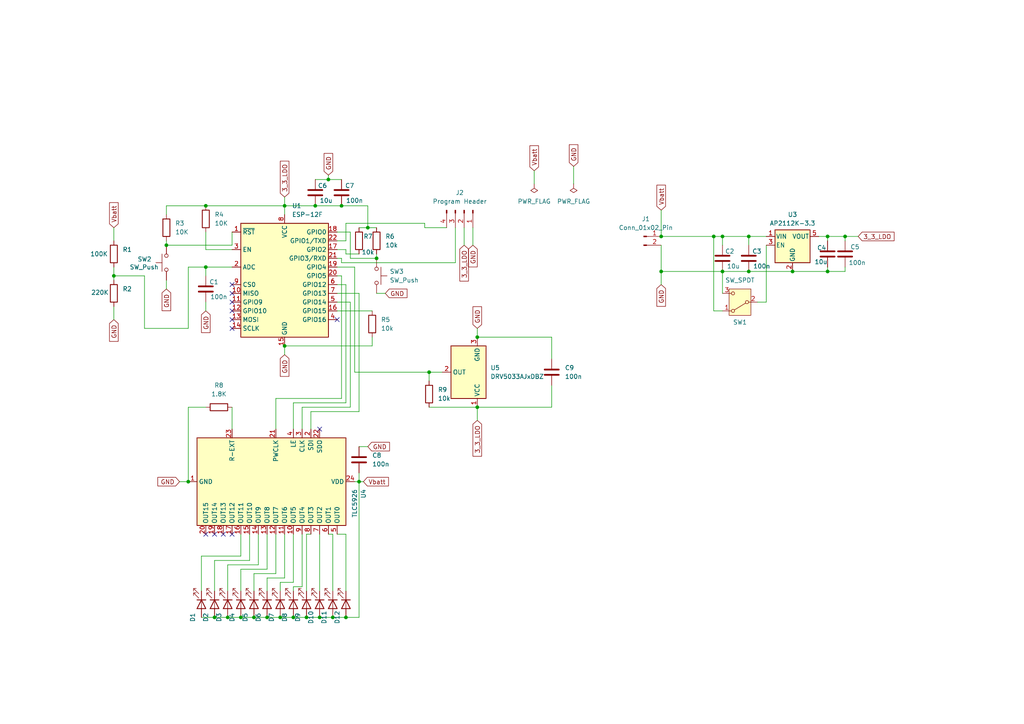
<source format=kicad_sch>
(kicad_sch (version 20250114) (generator "eeschema") (generator_version "9.0")
  (paper "A4")
  (title_block (company "Obtron"))
  (lib_symbols
    (symbol "Connector:Conn_01x02_Pin" (pin_names (offset 1.016) (hide yes))
      (property "Reference" "J" (at 0 2.54 0))
      (property "Value" "Conn_01x02_Pin" (at 0 -5.08 0))
      (symbol "Conn_01x02_Pin_1_1"
        (rectangle (start 0.8636 0.127) (end 0 -0.127) (stroke (width 0.1524)) (fill (type outline)))
        (rectangle (start 0.8636 -2.413) (end 0 -2.667) (stroke (width 0.1524)) (fill (type outline)))
        (polyline (pts (xy 1.27 0) (xy 0.8636 0)) (stroke (width 0.1524)))
        (polyline (pts (xy 1.27 -2.54) (xy 0.8636 -2.54)) (stroke (width 0.1524)))
        (pin passive line (at 5.08 0 180) (length 3.81) (name "Pin_1") (number "1"))
        (pin passive line (at 5.08 -2.54 180) (length 3.81) (name "Pin_2") (number "2"))
      )
    )
    (symbol "Connector:Conn_01x04_Pin" (pin_names (offset 1.016) (hide yes))
      (property "Reference" "J" (at 0 5.08 0))
      (property "Value" "Conn_01x04_Pin" (at 0 -7.62 0))
      (symbol "Conn_01x04_Pin_1_1"
        (rectangle (start 0.8636 2.667) (end 0 2.413) (stroke (width 0.1524)) (fill (type outline)))
        (rectangle (start 0.8636 0.127) (end 0 -0.127) (stroke (width 0.1524)) (fill (type outline)))
        (rectangle (start 0.8636 -2.413) (end 0 -2.667) (stroke (width 0.1524)) (fill (type outline)))
        (rectangle (start 0.8636 -4.953) (end 0 -5.207) (stroke (width 0.1524)) (fill (type outline)))
        (polyline (pts (xy 1.27 2.54) (xy 0.8636 2.54)) (stroke (width 0.1524)))
        (polyline (pts (xy 1.27 0) (xy 0.8636 0)) (stroke (width 0.1524)))
        (polyline (pts (xy 1.27 -2.54) (xy 0.8636 -2.54)) (stroke (width 0.1524)))
        (polyline (pts (xy 1.27 -5.08) (xy 0.8636 -5.08)) (stroke (width 0.1524)))
        (pin passive line (at 5.08 2.54 180) (length 3.81) (name "Pin_1") (number "1"))
        (pin passive line (at 5.08 0 180) (length 3.81) (name "Pin_2") (number "2"))
        (pin passive line (at 5.08 -2.54 180) (length 3.81) (name "Pin_3") (number "3"))
        (pin passive line (at 5.08 -5.08 180) (length 3.81) (name "Pin_4") (number "4"))
      )
    )
    (symbol "Device:C" (pin_numbers (hide yes)) (pin_names (offset 0.254))
      (property "Reference" "C" (at 0.635 2.54 0))
      (property "Value" "C" (at 0.635 -2.54 0))
      (symbol "C_0_1"
        (polyline (pts (xy -2.032 0.762) (xy 2.032 0.762)) (stroke (width 0.508)))
        (polyline (pts (xy -2.032 -0.762) (xy 2.032 -0.762)) (stroke (width 0.508)))
      )
      (symbol "C_1_1"
        (pin passive line (at 0 3.81 270) (length 2.794) (name "~") (number "1"))
        (pin passive line (at 0 -3.81 90) (length 2.794) (name "~") (number "2"))
      )
    )
    (symbol "Device:LED" (pin_numbers (hide yes)) (pin_names (offset 1.016) (hide yes))
      (property "Reference" "D" (at 0 2.54 0))
      (property "Value" "LED" (at 0 -2.54 0))
      (symbol "LED_0_1"
        (polyline (pts (xy -3.048 -0.762) (xy -4.572 -2.286) (xy -3.81 -2.286) (xy -4.572 -2.286) (xy -4.572 -1.524)))
        (polyline (pts (xy -1.778 -0.762) (xy -3.302 -2.286) (xy -2.54 -2.286) (xy -3.302 -2.286) (xy -3.302 -1.524)))
        (polyline (pts (xy -1.27 0) (xy 1.27 0)))
        (polyline (pts (xy -1.27 -1.27) (xy -1.27 1.27)) (stroke (width 0.254)))
        (polyline (pts (xy 1.27 -1.27) (xy 1.27 1.27) (xy -1.27 0) (xy 1.27 -1.27)) (stroke (width 0.254)))
      )
      (symbol "LED_1_1"
        (pin passive line (at -3.81 0 0) (length 2.54) (name "K") (number "1"))
        (pin passive line (at 3.81 0 180) (length 2.54) (name "A") (number "2"))
      )
    )
    (symbol "Device:R" (pin_numbers (hide yes)) (pin_names (offset 0))
      (property "Reference" "R" (at 2.032 0 90))
      (property "Value" "R" (at 0 0 90))
      (symbol "R_0_1"
        (rectangle (start -1.016 -2.54) (end 1.016 2.54) (stroke (width 0.254)))
      )
      (symbol "R_1_1"
        (pin passive line (at 0 3.81 270) (length 1.27) (name "~") (number "1"))
        (pin passive line (at 0 -3.81 90) (length 1.27) (name "~") (number "2"))
      )
    )
    (symbol "Driver_LED:TLC5926"
      (property "Reference" "U" (at -12.7 21.59 0))
      (property "Value" "TLC5926" (at 2.54 21.59 0))
      (symbol "TLC5926_0_1"
        (rectangle (start -12.7 20.32) (end 12.7 -22.86) (stroke (width 0.254)) (fill (type background)))
      )
      (symbol "TLC5926_1_1"
        (pin output line (at -15.24 12.7 0) (length 2.54) (name "SDO") (number "22"))
        (pin input line (at -15.24 10.16 0) (length 2.54) (name "SDI") (number "2"))
        (pin input line (at -15.24 7.62 0) (length 2.54) (name "CLK") (number "3"))
        (pin input line (at -15.24 5.08 0) (length 2.54) (name "LE") (number "4"))
        (pin input line (at -15.24 0 0) (length 2.54) (name "PWCLK") (number "21"))
        (pin passive line (at -15.24 -12.7 0) (length 2.54) (name "R-EXT") (number "23"))
        (pin power_in line (at 0 22.86 270) (length 2.54) (name "VDD") (number "24"))
        (pin power_in line (at 0 -25.4 90) (length 2.54) (name "GND") (number "1"))
        (pin output line (at 15.24 17.78 180) (length 2.54) (name "OUT0") (number "5"))
        (pin output line (at 15.24 15.24 180) (length 2.54) (name "OUT1") (number "6"))
        (pin output line (at 15.24 12.7 180) (length 2.54) (name "OUT2") (number "7"))
        (pin output line (at 15.24 10.16 180) (length 2.54) (name "OUT3") (number "8"))
        (pin output line (at 15.24 7.62 180) (length 2.54) (name "OUT4") (number "9"))
        (pin output line (at 15.24 5.08 180) (length 2.54) (name "OUT5") (number "10"))
        (pin output line (at 15.24 2.54 180) (length 2.54) (name "OUT6") (number "11"))
        (pin output line (at 15.24 0 180) (length 2.54) (name "OUT7") (number "12"))
        (pin output line (at 15.24 -2.54 180) (length 2.54) (name "OUT8") (number "13"))
        (pin output line (at 15.24 -5.08 180) (length 2.54) (name "OUT9") (number "14"))
        (pin output line (at 15.24 -7.62 180) (length 2.54) (name "OUT10") (number "15"))
        (pin output line (at 15.24 -10.16 180) (length 2.54) (name "OUT11") (number "16"))
        (pin output line (at 15.24 -12.7 180) (length 2.54) (name "OUT12") (number "17"))
        (pin output line (at 15.24 -15.24 180) (length 2.54) (name "OUT13") (number "18"))
        (pin output line (at 15.24 -17.78 180) (length 2.54) (name "OUT14") (number "19"))
        (pin output line (at 15.24 -20.32 180) (length 2.54) (name "OUT15") (number "20"))
      )
    )
    (symbol "RF_Module:ESP-12F"
      (property "Reference" "U" (at -12.7 19.05 0))
      (property "Value" "ESP-12F" (at 12.7 19.05 0))
      (symbol "ESP-12F_0_1"
        (rectangle (start -12.7 17.78) (end 12.7 -15.24) (stroke (width 0.254)) (fill (type background)))
      )
      (symbol "ESP-12F_1_1"
        (pin input line (at -15.24 15.24 0) (length 2.54) (name "~{RST}") (number "1"))
        (pin input line (at -15.24 10.16 0) (length 2.54) (name "EN") (number "3"))
        (pin input line (at -15.24 5.08 0) (length 2.54) (name "ADC") (number "2"))
        (pin input line (at -15.24 0 0) (length 2.54) (name "CS0") (number "9"))
        (pin bidirectional line (at -15.24 -2.54 0) (length 2.54) (name "MISO") (number "10"))
        (pin bidirectional line (at -15.24 -5.08 0) (length 2.54) (name "GPIO9") (number "11"))
        (pin bidirectional line (at -15.24 -7.62 0) (length 2.54) (name "GPIO10") (number "12"))
        (pin bidirectional line (at -15.24 -10.16 0) (length 2.54) (name "MOSI") (number "13"))
        (pin bidirectional line (at -15.24 -12.7 0) (length 2.54) (name "SCLK") (number "14"))
        (pin power_in line (at 0 20.32 270) (length 2.54) (name "VCC") (number "8"))
        (pin power_in line (at 0 -17.78 90) (length 2.54) (name "GND") (number "15"))
        (pin bidirectional line (at 15.24 15.24 180) (length 2.54) (name "GPIO0") (number "18"))
        (pin bidirectional line (at 15.24 12.7 180) (length 2.54) (name "GPIO1/TXD") (number "22"))
        (pin bidirectional line (at 15.24 10.16 180) (length 2.54) (name "GPIO2") (number "17"))
        (pin bidirectional line (at 15.24 7.62 180) (length 2.54) (name "GPIO3/RXD") (number "21"))
        (pin bidirectional line (at 15.24 5.08 180) (length 2.54) (name "GPIO4") (number "19"))
        (pin bidirectional line (at 15.24 2.54 180) (length 2.54) (name "GPIO5") (number "20"))
        (pin bidirectional line (at 15.24 0 180) (length 2.54) (name "GPIO12") (number "6"))
        (pin bidirectional line (at 15.24 -2.54 180) (length 2.54) (name "GPIO13") (number "7"))
        (pin bidirectional line (at 15.24 -5.08 180) (length 2.54) (name "GPIO14") (number "5"))
        (pin bidirectional line (at 15.24 -7.62 180) (length 2.54) (name "GPIO15") (number "16"))
        (pin bidirectional line (at 15.24 -10.16 180) (length 2.54) (name "GPIO16") (number "4"))
      )
    )
    (symbol "Regulator_Linear:AP2112K-3.3" (pin_names (offset 0.254))
      (property "Reference" "U" (at -5.08 5.715 0))
      (property "Value" "AP2112K-3.3" (at 0 5.715 0))
      (symbol "AP2112K-3.3_0_1"
        (rectangle (start -5.08 4.445) (end 5.08 -5.08) (stroke (width 0.254)) (fill (type background)))
      )
      (symbol "AP2112K-3.3_1_1"
        (pin power_in line (at -7.62 2.54 0) (length 2.54) (name "VIN") (number "1"))
        (pin input line (at -7.62 0 0) (length 2.54) (name "EN") (number "3"))
        (pin power_in line (at 0 -7.62 90) (length 2.54) (name "GND") (number "2"))
        (pin no_connect line (at 5.08 0 180) (length 2.54) (hide yes) (name "NC") (number "4"))
        (pin power_out line (at 7.62 2.54 180) (length 2.54) (name "VOUT") (number "5"))
      )
    )
    (symbol "Sensor_Magnetic:DRV5033AJxDBZ"
      (property "Reference" "U" (at 2.54 12.7 0))
      (property "Value" "DRV5033AJxDBZ" (at 2.54 10.16 0))
      (symbol "DRV5033AJxDBZ_1_1"
        (rectangle (start -5.08 7.62) (end 5.08 -7.62) (stroke (width 0.254)) (fill (type background)))
        (pin power_in line (at -2.54 10.16 270) (length 2.54) (name "VCC") (number "1"))
        (pin power_in line (at -2.54 -10.16 90) (length 2.54) (name "GND") (number "3"))
        (pin output line (at 7.62 0 180) (length 2.54) (name "OUT") (number "2"))
      )
    )
    (symbol "Switch:SW_Push" (pin_numbers (hide yes)) (pin_names (offset 1.016) (hide yes))
      (property "Reference" "SW" (at 1.27 2.54 0))
      (property "Value" "SW_Push" (at 0 -1.524 0))
      (symbol "SW_Push_0_1"
        (circle (center -2.032 0) (radius 0.508))
        (polyline (pts (xy 0 1.27) (xy 0 3.048)))
        (circle (center 2.032 0) (radius 0.508))
        (polyline (pts (xy 2.54 1.27) (xy -2.54 1.27)))
        (pin passive line (at -5.08 0 0) (length 2.54) (name "1") (number "1"))
        (pin passive line (at 5.08 0 180) (length 2.54) (name "2") (number "2"))
      )
    )
    (symbol "Switch:SW_SPDT" (pin_names (offset 0) (hide yes))
      (property "Reference" "SW" (at 0 5.08 0))
      (property "Value" "SW_SPDT" (at 0 -5.08 0))
      (symbol "SW_SPDT_0_1"
        (circle (center -2.032 0) (radius 0.4572))
        (polyline (pts (xy -1.651 0.254) (xy 1.651 2.286)))
        (circle (center 2.032 2.54) (radius 0.4572))
        (circle (center 2.032 -2.54) (radius 0.4572))
      )
      (symbol "SW_SPDT_1_1"
        (rectangle (start -3.175 3.81) (end 3.175 -3.81) (fill (type background)))
        (pin passive line (at -5.08 0 0) (length 2.54) (name "B") (number "2"))
        (pin passive line (at 5.08 2.54 180) (length 2.54) (name "A") (number "1"))
        (pin passive line (at 5.08 -2.54 180) (length 2.54) (name "C") (number "3"))
      )
    )
    (symbol "power:PWR_FLAG" (power) (pin_numbers (hide yes)) (pin_names (offset 0) (hide yes))
      (property "Value" "PWR_FLAG" (at 0 3.81 0))
      (symbol "PWR_FLAG_0_0"
        (pin power_out line (at 0 0 90) (length 0) (name "~") (number "1"))
      )
      (symbol "PWR_FLAG_0_1"
        (polyline (pts (xy 0 0) (xy 0 1.27) (xy -1.016 1.905) (xy 0 2.54) (xy 1.016 1.905) (xy 0 1.27)))
      )
    )
  )
  (junction (at 33.02 80.01))
  (junction (at 240.03 68.58))
  (junction (at 73.66 179.07))
  (junction (at 82.55 59.69))
  (junction (at 217.17 78.74))
  (junction (at 124.46 107.95))
  (junction (at 62.23 179.07))
  (junction (at 100.33 179.07))
  (junction (at 48.26 71.12))
  (junction (at 191.77 78.74))
  (junction (at 138.43 118.11))
  (junction (at 82.55 100.33))
  (junction (at 59.69 77.47))
  (junction (at 106.68 66.04))
  (junction (at 109.22 74.93))
  (junction (at 207.01 68.58))
  (junction (at 209.55 68.58))
  (junction (at 85.09 179.07))
  (junction (at 240.03 78.74))
  (junction (at 95.25 52.07))
  (junction (at 66.04 179.07))
  (junction (at 104.14 139.7))
  (junction (at 81.28 179.07))
  (junction (at 54.61 139.7))
  (junction (at 69.85 179.07))
  (junction (at 88.9 179.07))
  (junction (at 92.71 179.07))
  (junction (at 59.69 59.69))
  (junction (at 91.44 59.69))
  (junction (at 191.77 68.58))
  (junction (at 229.87 78.74))
  (junction (at 209.55 78.74))
  (junction (at 217.17 68.58))
  (junction (at 96.52 179.07))
  (junction (at 77.47 179.07))
  (junction (at 245.11 68.58))
  (junction (at 138.43 97.79))
  (junction (at 99.06 59.69))
  (no_connect (at 67.31 85.09))
  (no_connect (at 67.31 82.55))
  (no_connect (at 97.79 92.71))
  (no_connect (at 67.31 87.63))
  (no_connect (at 64.77 154.94))
  (no_connect (at 67.31 95.25))
  (no_connect (at 59.69 154.94))
  (no_connect (at 62.23 154.94))
  (no_connect (at 67.31 90.17))
  (no_connect (at 67.31 154.94))
  (no_connect (at 92.71 124.46))
  (no_connect (at 67.31 92.71))
  (wire (pts (xy 134.62 66.04) (xy 134.62 71.12)))
  (wire (pts (xy 209.55 68.58) (xy 217.17 68.58)))
  (wire (pts (xy 207.01 68.58) (xy 209.55 68.58)))
  (wire (pts (xy 217.17 78.74) (xy 229.87 78.74)))
  (wire (pts (xy 104.14 119.38) (xy 90.17 119.38)))
  (wire (pts (xy 96.52 179.07) (xy 92.71 179.07)))
  (wire (pts (xy 77.47 179.07) (xy 73.66 179.07)))
  (wire (pts (xy 59.69 118.11) (xy 54.61 118.11)))
  (wire (pts (xy 85.09 116.84) (xy 85.09 124.46)))
  (wire (pts (xy 69.85 161.29) (xy 69.85 154.94)))
  (wire (pts (xy 91.44 59.69) (xy 82.55 59.69)))
  (wire (pts (xy 33.02 66.04) (xy 33.02 69.85)))
  (wire (pts (xy 41.91 95.25) (xy 54.61 95.25)))
  (wire (pts (xy 96.52 171.45) (xy 96.52 154.94)))
  (wire (pts (xy 87.63 170.18) (xy 87.63 154.94)))
  (wire (pts (xy 107.95 97.79) (xy 107.95 100.33)))
  (wire (pts (xy 191.77 71.12) (xy 191.77 78.74)))
  (wire (pts (xy 69.85 171.45) (xy 69.85 165.1)))
  (wire (pts (xy 107.95 100.33) (xy 82.55 100.33)))
  (wire (pts (xy 191.77 78.74) (xy 209.55 78.74)))
  (wire (pts (xy 245.11 68.58) (xy 245.11 69.85)))
  (wire (pts (xy 59.69 77.47) (xy 67.31 77.47)))
  (wire (pts (xy 48.26 62.23) (xy 48.26 59.69)))
  (wire (pts (xy 95.25 52.07) (xy 99.06 52.07)))
  (wire (pts (xy 191.77 60.96) (xy 191.77 68.58)))
  (wire (pts (xy 90.17 119.38) (xy 90.17 124.46)))
  (wire (pts (xy 73.66 166.37) (xy 80.01 166.37)))
  (wire (pts (xy 138.43 95.25) (xy 138.43 97.79)))
  (wire (pts (xy 88.9 179.07) (xy 85.09 179.07)))
  (wire (pts (xy 123.19 64.77) (xy 100.33 64.77)))
  (wire (pts (xy 58.42 171.45) (xy 58.42 161.29)))
  (wire (pts (xy 82.55 167.64) (xy 82.55 154.94)))
  (wire (pts (xy 109.22 85.09) (xy 111.76 85.09)))
  (wire (pts (xy 81.28 179.07) (xy 77.47 179.07)))
  (wire (pts (xy 77.47 165.1) (xy 77.47 154.94)))
  (wire (pts (xy 138.43 118.11) (xy 160.02 118.11)))
  (wire (pts (xy 237.49 68.58) (xy 240.03 68.58)))
  (wire (pts (xy 62.23 162.56) (xy 72.39 162.56)))
  (wire (pts (xy 99.06 59.69) (xy 91.44 59.69)))
  (wire (pts (xy 100.33 179.07) (xy 96.52 179.07)))
  (wire (pts (xy 240.03 78.74) (xy 245.11 78.74)))
  (wire (pts (xy 77.47 167.64) (xy 82.55 167.64)))
  (wire (pts (xy 69.85 165.1) (xy 77.47 165.1)))
  (wire (pts (xy 58.42 161.29) (xy 69.85 161.29)))
  (wire (pts (xy 73.66 179.07) (xy 69.85 179.07)))
  (wire (pts (xy 97.79 80.01) (xy 99.06 80.01)))
  (wire (pts (xy 101.6 118.11) (xy 101.6 87.63)))
  (wire (pts (xy 106.68 66.04) (xy 106.68 59.69)))
  (wire (pts (xy 33.02 77.47) (xy 33.02 80.01)))
  (wire (pts (xy 74.93 163.83) (xy 74.93 154.94)))
  (wire (pts (xy 82.55 57.15) (xy 82.55 59.69)))
  (wire (pts (xy 100.33 116.84) (xy 85.09 116.84)))
  (wire (pts (xy 104.14 66.04) (xy 106.68 66.04)))
  (wire (pts (xy 102.87 107.95) (xy 102.87 77.47)))
  (wire (pts (xy 245.11 68.58) (xy 248.92 68.58)))
  (wire (pts (xy 106.68 66.04) (xy 109.22 66.04)))
  (wire (pts (xy 160.02 118.11) (xy 160.02 111.76)))
  (wire (pts (xy 92.71 154.94) (xy 92.71 171.45)))
  (wire (pts (xy 87.63 118.11) (xy 87.63 124.46)))
  (wire (pts (xy 81.28 168.91) (xy 85.09 168.91)))
  (wire (pts (xy 97.79 67.31) (xy 101.6 67.31)))
  (wire (pts (xy 240.03 68.58) (xy 245.11 68.58)))
  (wire (pts (xy 100.33 82.55) (xy 100.33 116.84)))
  (wire (pts (xy 209.55 68.58) (xy 209.55 71.12)))
  (wire (pts (xy 100.33 69.85) (xy 97.79 69.85)))
  (wire (pts (xy 33.02 88.9) (xy 33.02 92.71)))
  (wire (pts (xy 33.02 80.01) (xy 41.91 80.01)))
  (wire (pts (xy 100.33 171.45) (xy 100.33 154.94)))
  (wire (pts (xy 88.9 171.45) (xy 88.9 154.94)))
  (wire (pts (xy 99.06 115.57) (xy 80.01 115.57)))
  (wire (pts (xy 54.61 139.7) (xy 52.07 139.7)))
  (wire (pts (xy 229.87 78.74) (xy 240.03 78.74)))
  (wire (pts (xy 219.71 87.63) (xy 222.25 87.63)))
  (wire (pts (xy 104.14 179.07) (xy 104.14 139.7)))
  (wire (pts (xy 48.26 81.28) (xy 48.26 83.82)))
  (wire (pts (xy 96.52 154.94) (xy 95.25 154.94)))
  (wire (pts (xy 97.79 82.55) (xy 100.33 82.55)))
  (wire (pts (xy 85.09 168.91) (xy 85.09 154.94)))
  (wire (pts (xy 129.54 66.04) (xy 123.19 66.04)))
  (wire (pts (xy 97.79 77.47) (xy 102.87 77.47)))
  (wire (pts (xy 245.11 77.47) (xy 245.11 78.74)))
  (wire (pts (xy 132.08 66.04) (xy 132.08 76.2)))
  (wire (pts (xy 59.69 87.63) (xy 59.69 90.17)))
  (wire (pts (xy 217.17 68.58) (xy 222.25 68.58)))
  (wire (pts (xy 106.68 59.69) (xy 99.06 59.69)))
  (wire (pts (xy 69.85 179.07) (xy 66.04 179.07)))
  (wire (pts (xy 124.46 107.95) (xy 102.87 107.95)))
  (wire (pts (xy 100.33 154.94) (xy 97.79 154.94)))
  (wire (pts (xy 166.37 48.26) (xy 166.37 53.34)))
  (wire (pts (xy 209.55 78.74) (xy 217.17 78.74)))
  (wire (pts (xy 100.33 72.39) (xy 100.33 73.66)))
  (wire (pts (xy 104.14 179.07) (xy 100.33 179.07)))
  (wire (pts (xy 81.28 171.45) (xy 81.28 168.91)))
  (wire (pts (xy 33.02 80.01) (xy 33.02 81.28)))
  (wire (pts (xy 101.6 74.93) (xy 109.22 74.93)))
  (wire (pts (xy 101.6 118.11) (xy 87.63 118.11)))
  (wire (pts (xy 128.27 107.95) (xy 124.46 107.95)))
  (wire (pts (xy 62.23 171.45) (xy 62.23 162.56)))
  (wire (pts (xy 100.33 64.77) (xy 100.33 69.85)))
  (wire (pts (xy 109.22 73.66) (xy 109.22 74.93)))
  (wire (pts (xy 154.94 49.53) (xy 154.94 53.34)))
  (wire (pts (xy 82.55 59.69) (xy 82.55 62.23)))
  (wire (pts (xy 66.04 179.07) (xy 62.23 179.07)))
  (wire (pts (xy 77.47 171.45) (xy 77.47 167.64)))
  (wire (pts (xy 48.26 59.69) (xy 59.69 59.69)))
  (wire (pts (xy 73.66 171.45) (xy 73.66 166.37)))
  (wire (pts (xy 138.43 97.79) (xy 160.02 97.79)))
  (wire (pts (xy 240.03 68.58) (xy 240.03 69.85)))
  (wire (pts (xy 138.43 118.11) (xy 138.43 121.92)))
  (wire (pts (xy 132.08 76.2) (xy 99.06 76.2)))
  (wire (pts (xy 88.9 154.94) (xy 90.17 154.94)))
  (wire (pts (xy 48.26 69.85) (xy 48.26 71.12)))
  (wire (pts (xy 54.61 77.47) (xy 59.69 77.47)))
  (wire (pts (xy 54.61 118.11) (xy 54.61 139.7)))
  (wire (pts (xy 99.06 76.2) (xy 99.06 74.93)))
  (wire (pts (xy 67.31 118.11) (xy 67.31 124.46)))
  (wire (pts (xy 54.61 95.25) (xy 54.61 77.47)))
  (wire (pts (xy 101.6 67.31) (xy 101.6 74.93)))
  (wire (pts (xy 207.01 90.17) (xy 209.55 90.17)))
  (wire (pts (xy 97.79 90.17) (xy 107.95 90.17)))
  (wire (pts (xy 97.79 72.39) (xy 100.33 72.39)))
  (wire (pts (xy 222.25 87.63) (xy 222.25 71.12)))
  (wire (pts (xy 72.39 162.56) (xy 72.39 154.94)))
  (wire (pts (xy 240.03 77.47) (xy 240.03 78.74)))
  (wire (pts (xy 104.14 129.54) (xy 106.68 129.54)))
  (wire (pts (xy 66.04 171.45) (xy 66.04 163.83)))
  (wire (pts (xy 104.14 137.16) (xy 104.14 139.7)))
  (wire (pts (xy 95.25 50.8) (xy 95.25 52.07)))
  (wire (pts (xy 191.77 68.58) (xy 207.01 68.58)))
  (wire (pts (xy 104.14 85.09) (xy 104.14 119.38)))
  (wire (pts (xy 92.71 179.07) (xy 88.9 179.07)))
  (wire (pts (xy 59.69 77.47) (xy 59.69 80.01)))
  (wire (pts (xy 99.06 80.01) (xy 99.06 115.57)))
  (wire (pts (xy 191.77 78.74) (xy 191.77 82.55)))
  (wire (pts (xy 217.17 68.58) (xy 217.17 71.12)))
  (wire (pts (xy 207.01 68.58) (xy 207.01 90.17)))
  (wire (pts (xy 67.31 67.31) (xy 67.31 71.12)))
  (wire (pts (xy 41.91 80.01) (xy 41.91 95.25)))
  (wire (pts (xy 124.46 107.95) (xy 124.46 110.49)))
  (wire (pts (xy 59.69 72.39) (xy 67.31 72.39)))
  (wire (pts (xy 104.14 85.09) (xy 97.79 85.09)))
  (wire (pts (xy 80.01 115.57) (xy 80.01 124.46)))
  (wire (pts (xy 67.31 71.12) (xy 48.26 71.12)))
  (wire (pts (xy 59.69 59.69) (xy 82.55 59.69)))
  (wire (pts (xy 99.06 74.93) (xy 97.79 74.93)))
  (wire (pts (xy 85.09 170.18) (xy 87.63 170.18)))
  (wire (pts (xy 137.16 66.04) (xy 137.16 71.12)))
  (wire (pts (xy 66.04 163.83) (xy 74.93 163.83)))
  (wire (pts (xy 80.01 166.37) (xy 80.01 154.94)))
  (wire (pts (xy 160.02 97.79) (xy 160.02 104.14)))
  (wire (pts (xy 91.44 52.07) (xy 95.25 52.07)))
  (wire (pts (xy 85.09 171.45) (xy 85.09 170.18)))
  (wire (pts (xy 124.46 118.11) (xy 138.43 118.11)))
  (wire (pts (xy 59.69 67.31) (xy 59.69 72.39)))
  (wire (pts (xy 104.14 139.7) (xy 102.87 139.7)))
  (wire (pts (xy 85.09 179.07) (xy 81.28 179.07)))
  (wire (pts (xy 100.33 73.66) (xy 104.14 73.66)))
  (wire (pts (xy 62.23 179.07) (xy 58.42 179.07)))
  (wire (pts (xy 82.55 100.33) (xy 82.55 102.87)))
  (wire (pts (xy 123.19 66.04) (xy 123.19 64.77)))
  (wire (pts (xy 209.55 78.74) (xy 209.55 85.09)))
  (wire (pts (xy 105.41 139.7) (xy 104.14 139.7)))
  (wire (pts (xy 101.6 87.63) (xy 97.79 87.63)))
  (global_label "GND" (shape input) (at 82.55 102.87 270) (property "Intersheetrefs" "${INTERSHEET_REFS}" (effects (hide yes))))
  (global_label "GND" (shape input) (at 106.68 129.54 0) (property "Intersheetrefs" "${INTERSHEET_REFS}" (effects (hide yes))))
  (global_label "Vbatt" (shape input) (at 105.41 139.7 0) (property "Intersheetrefs" "${INTERSHEET_REFS}" (effects (hide yes))))
  (global_label "GND" (shape input) (at 138.43 95.25 90) (property "Intersheetrefs" "${INTERSHEET_REFS}" (effects (hide yes))))
  (global_label "Vbatt" (shape input) (at 154.94 49.53 90) (property "Intersheetrefs" "${INTERSHEET_REFS}" (effects (hide yes))))
  (global_label "GND" (shape input) (at 111.76 85.09 0) (property "Intersheetrefs" "${INTERSHEET_REFS}" (effects (hide yes))))
  (global_label "3_3_LDO" (shape input) (at 138.43 121.92 270) (property "Intersheetrefs" "${INTERSHEET_REFS}" (effects (hide yes))))
  (global_label "GND" (shape input) (at 59.69 90.17 270) (property "Intersheetrefs" "${INTERSHEET_REFS}" (effects (hide yes))))
  (global_label "3_3_LDO" (shape input) (at 134.62 71.12 270) (property "Intersheetrefs" "${INTERSHEET_REFS}" (effects (hide yes))))
  (global_label "GND" (shape input) (at 48.26 83.82 270) (property "Intersheetrefs" "${INTERSHEET_REFS}" (effects (hide yes))))
  (global_label "GND" (shape input) (at 95.25 50.8 90) (property "Intersheetrefs" "${INTERSHEET_REFS}" (effects (hide yes))))
  (global_label "3_3_LDO" (shape input) (at 248.92 68.58 0) (property "Intersheetrefs" "${INTERSHEET_REFS}" (effects (hide yes))))
  (global_label "GND" (shape input) (at 52.07 139.7 180) (property "Intersheetrefs" "${INTERSHEET_REFS}" (effects (hide yes))))
  (global_label "GND" (shape input) (at 191.77 82.55 270) (property "Intersheetrefs" "${INTERSHEET_REFS}" (effects (hide yes))))
  (global_label "Vbatt" (shape input) (at 191.77 60.96 90) (property "Intersheetrefs" "${INTERSHEET_REFS}" (effects (hide yes))))
  (global_label "GND" (shape input) (at 137.16 71.12 270) (property "Intersheetrefs" "${INTERSHEET_REFS}" (effects (hide yes))))
  (global_label "GND" (shape input) (at 166.37 48.26 90) (property "Intersheetrefs" "${INTERSHEET_REFS}" (effects (hide yes))))
  (global_label "GND" (shape input) (at 33.02 92.71 270) (property "Intersheetrefs" "${INTERSHEET_REFS}" (effects (hide yes))))
  (global_label "Vbatt" (shape input) (at 33.02 66.04 90) (property "Intersheetrefs" "${INTERSHEET_REFS}" (effects (hide yes))))
  (global_label "3_3_LDO" (shape input) (at 82.55 57.15 90) (property "Intersheetrefs" "${INTERSHEET_REFS}" (effects (hide yes))))
  (symbol (lib_id "Device:C") (at 160.02 107.95 0) (unit 1)
    (property "Reference" "C9" (at 163.83 106.6799 0) (effects (justify left)))
    (property "Value" "100n" (at 163.83 109.2199 0) (effects (justify left)))
    (property "Footprint" "Capacitor_SMD:C_0603_1608Metric_Pad1.08x0.95mm_HandSolder" (effects (hide yes)))
    (property "Description" "Unpolarized capacitor" (effects (hide yes)))
  )
  (symbol (lib_id "Driver_LED:TLC5926") (at 80.01 139.7 270) (unit 1)
    (property "Reference" "U4" (at 105.41 141.8433 0) (effects (justify left)))
    (property "Value" "TLC5926" (at 102.87 141.8433 0) (effects (justify left)))
    (property "Footprint" "Package_SO:TSSOP-24_4.4x7.8mm_P0.65mm" (effects (hide yes)))
    (property "Datasheet" "https://www.st.com/resource/en/datasheet/led1642gw.pdf" (effects (hide yes)))
    (property "Description" "16-channel LED driver with error detection, current gain control and 12/16 bit PWM brightness control, TSSOP-24" (effects (hide yes)))
  )
  (symbol (lib_id "Device:R") (at 104.14 69.85 0) (unit 1)
    (property "Reference" "R7" (at 105.41 68.58 0) (effects (justify left)))
    (property "Value" "10k" (at 104.902 73.152 0) (effects (justify left)))
    (property "Footprint" "Resistor_SMD:R_0603_1608Metric_Pad0.98x0.95mm_HandSolder" (effects (hide yes)))
    (property "Description" "Resistor" (effects (hide yes)))
  )
  (symbol (lib_id "Switch:SW_Push") (at 48.26 76.2 90) (unit 1)
    (property "Reference" "SW2" (at 39.878 75.184 90) (effects (justify right)))
    (property "Value" "SW_Push" (at 37.592 77.47 90) (effects (justify right)))
    (property "Footprint" "Button_Switch_THT:SW_PUSH_1P1T_6x3.5mm_H4.3_APEM_MJTP1243" (effects (hide yes)))
    (property "Description" "Push button switch, generic, two pins" (effects (hide yes)))
  )
  (symbol (lib_id "Device:LED") (at 69.85 175.26 270) (unit 1)
    (property "Reference" "D4" (at 67.31 179.07 0))
    (property "Value" "LED" (effects (hide yes)))
    (property "Footprint" "LED_SMD:LED_0805_2012Metric_Pad1.15x1.40mm_HandSolder" (effects (hide yes)))
    (property "Description" "Light emitting diode" (effects (hide yes)))
    (property "Sim.Pins" "1=K 2=A" (effects (hide yes)))
  )
  (symbol (lib_id "Device:LED") (at 92.71 175.26 270) (unit 1)
    (property "Reference" "D10" (at 90.17 179.07 0))
    (property "Value" "LED" (effects (hide yes)))
    (property "Footprint" "LED_SMD:LED_0805_2012Metric_Pad1.15x1.40mm_HandSolder" (effects (hide yes)))
    (property "Description" "Light emitting diode" (effects (hide yes)))
    (property "Sim.Pins" "1=K 2=A" (effects (hide yes)))
  )
  (symbol (lib_id "Device:R") (at 107.95 93.98 0) (unit 1)
    (property "Reference" "R5" (at 110.49 92.7099 0) (effects (justify left)))
    (property "Value" "10k" (at 110.49 95.2499 0) (effects (justify left)))
    (property "Footprint" "Resistor_SMD:R_0603_1608Metric_Pad0.98x0.95mm_HandSolder" (effects (hide yes)))
    (property "Description" "Resistor" (effects (hide yes)))
  )
  (symbol (lib_id "Device:LED") (at 77.47 175.26 270) (unit 1)
    (property "Reference" "D6" (at 74.93 179.07 0))
    (property "Value" "LED" (effects (hide yes)))
    (property "Footprint" "LED_SMD:LED_0805_2012Metric_Pad1.15x1.40mm_HandSolder" (effects (hide yes)))
    (property "Description" "Light emitting diode" (effects (hide yes)))
    (property "Sim.Pins" "1=K 2=A" (effects (hide yes)))
  )
  (symbol (lib_id "Connector:Conn_01x02_Pin") (at 186.69 68.58 0) (unit 1)
    (property "Reference" "J1" (at 187.325 63.5 0))
    (property "Value" "Conn_01x02_Pin" (at 187.325 66.04 0))
    (property "Footprint" "Connector_JST:JST_PH_B2B-PH-K_1x02_P2.00mm_Vertical" (effects (hide yes)))
    (property "Description" "Generic connector, single row, 01x02, script generated" (effects (hide yes)))
  )
  (symbol (lib_id "Device:LED") (at 100.33 175.26 270) (unit 1)
    (property "Reference" "D12" (at 97.79 179.07 0))
    (property "Value" "LED" (effects (hide yes)))
    (property "Footprint" "LED_SMD:LED_0805_2012Metric_Pad1.15x1.40mm_HandSolder" (effects (hide yes)))
    (property "Description" "Light emitting diode" (effects (hide yes)))
    (property "Sim.Pins" "1=K 2=A" (effects (hide yes)))
  )
  (symbol (lib_id "Device:R") (at 59.69 63.5 0) (unit 1)
    (property "Reference" "R4" (at 62.23 62.2299 0) (effects (justify left)))
    (property "Value" "10K" (at 62.23 64.7699 0) (effects (justify left)))
    (property "Footprint" "Resistor_SMD:R_0603_1608Metric_Pad0.98x0.95mm_HandSolder" (effects (hide yes)))
    (property "Description" "Resistor" (effects (hide yes)))
  )
  (symbol (lib_id "RF_Module:ESP-12F") (at 82.55 82.55 0) (unit 1)
    (property "Reference" "U1" (at 84.6933 59.69 0) (effects (justify left)))
    (property "Value" "ESP-12F" (at 84.6933 62.23 0) (effects (justify left)))
    (property "Footprint" "RF_Module:ESP-12E" (effects (hide yes)))
    (property "Datasheet" "http://wiki.ai-thinker.com/_media/esp8266/esp8266_series_modules_user_manual_v1.1.pdf" (effects (hide yes)))
    (property "Description" "802.11 b/g/n Wi-Fi Module" (effects (hide yes)))
  )
  (symbol (lib_id "Switch:SW_Push") (at 109.22 80.01 270) (unit 1)
    (property "Reference" "SW3" (at 113.03 78.7399 90) (effects (justify left)))
    (property "Value" "SW_Push" (at 113.03 81.2799 90) (effects (justify left)))
    (property "Footprint" "Button_Switch_THT:SW_PUSH_1P1T_6x3.5mm_H4.3_APEM_MJTP1243" (effects (hide yes)))
    (property "Description" "Push button switch, generic, two pins" (effects (hide yes)))
  )
  (symbol (lib_id "Device:R") (at 124.46 114.3 0) (unit 1)
    (property "Reference" "R9" (at 127 113.0299 0) (effects (justify left)))
    (property "Value" "10k" (at 127 115.5699 0) (effects (justify left)))
    (property "Footprint" "Resistor_SMD:R_0603_1608Metric_Pad0.98x0.95mm_HandSolder" (effects (hide yes)))
    (property "Description" "Resistor" (effects (hide yes)))
  )
  (symbol (lib_id "Device:R") (at 33.02 73.66 0) (unit 1)
    (property "Reference" "R1" (at 35.56 72.3899 0) (effects (justify left)))
    (property "Value" "100K" (at 26.162 73.66 0) (effects (justify left)))
    (property "Footprint" "Resistor_SMD:R_0603_1608Metric_Pad0.98x0.95mm_HandSolder" (effects (hide yes)))
    (property "Description" "Resistor" (effects (hide yes)))
  )
  (symbol (lib_id "Device:LED") (at 88.9 175.26 270) (unit 1)
    (property "Reference" "D9" (at 86.36 179.07 0))
    (property "Value" "LED" (effects (hide yes)))
    (property "Footprint" "LED_SMD:LED_0805_2012Metric_Pad1.15x1.40mm_HandSolder" (effects (hide yes)))
    (property "Description" "Light emitting diode" (effects (hide yes)))
    (property "Sim.Pins" "1=K 2=A" (effects (hide yes)))
  )
  (symbol (lib_id "Device:C") (at 104.14 133.35 0) (unit 1)
    (property "Reference" "C8" (at 107.95 132.0799 0) (effects (justify left)))
    (property "Value" "100n" (at 107.95 134.6199 0) (effects (justify left)))
    (property "Footprint" "Capacitor_SMD:C_0603_1608Metric_Pad1.08x0.95mm_HandSolder" (effects (hide yes)))
    (property "Description" "Unpolarized capacitor" (effects (hide yes)))
  )
  (symbol (lib_id "Device:LED") (at 81.28 175.26 270) (unit 1)
    (property "Reference" "D7" (at 78.74 179.07 0))
    (property "Value" "LED" (effects (hide yes)))
    (property "Footprint" "LED_SMD:LED_0805_2012Metric_Pad1.15x1.40mm_HandSolder" (effects (hide yes)))
    (property "Description" "Light emitting diode" (effects (hide yes)))
    (property "Sim.Pins" "1=K 2=A" (effects (hide yes)))
  )
  (symbol (lib_id "Device:C") (at 59.69 83.82 0) (unit 1)
    (property "Reference" "C1" (at 60.706 81.788 0) (effects (justify left)))
    (property "Value" "100n" (at 60.96 86.106 0) (effects (justify left)))
    (property "Footprint" "Capacitor_SMD:C_0603_1608Metric_Pad1.08x0.95mm_HandSolder" (effects (hide yes)))
    (property "Description" "Unpolarized capacitor" (effects (hide yes)))
  )
  (symbol (lib_id "Sensor_Magnetic:DRV5033AJxDBZ") (at 135.89 107.95 180) (unit 1)
    (property "Reference" "U5" (at 142.24 106.6799 0) (effects (justify right)))
    (property "Value" "DRV5033AJxDBZ" (at 142.24 109.2199 0) (effects (justify right)))
    (property "Footprint" "Package_TO_SOT_SMD:SOT-23" (effects (hide yes)))
    (property "Datasheet" "https://www.ti.com/lit/ds/symlink/drv5033.pdf" (effects (hide yes)))
    (property "Description" "±6.9 / ±3.5 mT, 20-kHz, 2-38V, SOT-23" (effects (hide yes)))
  )
  (symbol (lib_id "Device:C") (at 91.44 55.88 0) (unit 1)
    (property "Reference" "C6" (at 92.202 53.848 0) (effects (justify left)))
    (property "Value" "10u" (at 92.71 58.166 0) (effects (justify left)))
    (property "Footprint" "Capacitor_SMD:C_0805_2012Metric_Pad1.18x1.45mm_HandSolder" (effects (hide yes)))
    (property "Description" "Unpolarized capacitor" (effects (hide yes)))
  )
  (symbol (lib_id "Connector:Conn_01x04_Pin") (at 134.62 60.96 270) (unit 1)
    (property "Reference" "J2" (at 133.35 55.88 90))
    (property "Value" "Program Header" (at 133.35 58.42 90))
    (property "Footprint" "Connector_PinHeader_2.54mm:PinHeader_1x04_P2.54mm_Vertical" (effects (hide yes)))
    (property "Description" "Generic connector, single row, 01x04, script generated" (effects (hide yes)))
  )
  (symbol (lib_id "Device:R") (at 63.5 118.11 270) (unit 1)
    (property "Reference" "R8" (at 63.5 111.76 90))
    (property "Value" "1.8K" (at 63.5 114.3 90))
    (property "Footprint" "Resistor_SMD:R_0603_1608Metric_Pad0.98x0.95mm_HandSolder" (effects (hide yes)))
    (property "Description" "Resistor" (effects (hide yes)))
  )
  (symbol (lib_id "Device:LED") (at 62.23 175.26 270) (unit 1)
    (property "Reference" "D2" (at 59.69 179.07 0))
    (property "Value" "LED" (effects (hide yes)))
    (property "Footprint" "LED_SMD:LED_0805_2012Metric_Pad1.15x1.40mm_HandSolder" (effects (hide yes)))
    (property "Description" "Light emitting diode" (effects (hide yes)))
    (property "Sim.Pins" "1=K 2=A" (effects (hide yes)))
  )
  (symbol (lib_id "power:PWR_FLAG") (at 154.94 53.34 180) (unit 1)
    (property "Reference" "#FLG01" (effects (hide yes)))
    (property "Value" "PWR_FLAG" (at 154.94 58.42 0))
    (property "Description" "Special symbol for telling ERC where power comes from" (effects (hide yes)))
  )
  (symbol (lib_id "Device:LED") (at 73.66 175.26 270) (unit 1)
    (property "Reference" "D5" (at 71.12 179.07 0))
    (property "Value" "LED" (effects (hide yes)))
    (property "Footprint" "LED_SMD:LED_0805_2012Metric_Pad1.15x1.40mm_HandSolder" (effects (hide yes)))
    (property "Description" "Light emitting diode" (effects (hide yes)))
    (property "Sim.Pins" "1=K 2=A" (effects (hide yes)))
  )
  (symbol (lib_id "Device:LED") (at 58.42 175.26 270) (unit 1)
    (property "Reference" "D1" (at 55.88 179.07 0))
    (property "Value" "LED" (effects (hide yes)))
    (property "Footprint" "LED_SMD:LED_0805_2012Metric_Pad1.15x1.40mm_HandSolder" (effects (hide yes)))
    (property "Description" "Light emitting diode" (effects (hide yes)))
    (property "Sim.Pins" "1=K 2=A" (effects (hide yes)))
  )
  (symbol (lib_id "power:PWR_FLAG") (at 166.37 53.34 180) (unit 1)
    (property "Reference" "#FLG02" (effects (hide yes)))
    (property "Value" "PWR_FLAG" (at 166.37 58.42 0))
    (property "Description" "Special symbol for telling ERC where power comes from" (effects (hide yes)))
  )
  (symbol (lib_id "Device:LED") (at 66.04 175.26 270) (unit 1)
    (property "Reference" "D3" (at 63.5 179.07 0))
    (property "Value" "LED" (effects (hide yes)))
    (property "Footprint" "LED_SMD:LED_0805_2012Metric_Pad1.15x1.40mm_HandSolder" (effects (hide yes)))
    (property "Description" "Light emitting diode" (effects (hide yes)))
    (property "Sim.Pins" "1=K 2=A" (effects (hide yes)))
  )
  (symbol (lib_id "Device:C") (at 209.55 74.93 0) (unit 1)
    (property "Reference" "C2" (at 210.312 72.898 0) (effects (justify left)))
    (property "Value" "10u" (at 210.82 77.216 0) (effects (justify left)))
    (property "Footprint" "Capacitor_SMD:C_0805_2012Metric_Pad1.18x1.45mm_HandSolder" (effects (hide yes)))
    (property "Description" "Unpolarized capacitor" (effects (hide yes)))
  )
  (symbol (lib_id "Device:C") (at 245.11 73.66 0) (unit 1)
    (property "Reference" "C5" (at 246.634 71.628 0) (effects (justify left)))
    (property "Value" "100n" (at 246.126 76.2 0) (effects (justify left)))
    (property "Footprint" "Capacitor_SMD:C_0603_1608Metric_Pad1.08x0.95mm_HandSolder" (effects (hide yes)))
    (property "Description" "Unpolarized capacitor" (effects (hide yes)))
  )
  (symbol (lib_id "Device:C") (at 217.17 74.93 0) (unit 1)
    (property "Reference" "C3" (at 218.186 72.898 0) (effects (justify left)))
    (property "Value" "100n" (at 218.44 77.216 0) (effects (justify left)))
    (property "Footprint" "Capacitor_SMD:C_0603_1608Metric_Pad1.08x0.95mm_HandSolder" (effects (hide yes)))
    (property "Description" "Unpolarized capacitor" (effects (hide yes)))
  )
  (symbol (lib_id "Device:R") (at 33.02 85.09 0) (unit 1)
    (property "Reference" "R2" (at 35.56 83.8199 0) (effects (justify left)))
    (property "Value" "220K" (at 26.416 84.836 0) (effects (justify left)))
    (property "Footprint" "Resistor_SMD:R_0603_1608Metric_Pad0.98x0.95mm_HandSolder" (effects (hide yes)))
    (property "Description" "Resistor" (effects (hide yes)))
  )
  (symbol (lib_id "Device:C") (at 99.06 55.88 0) (unit 1)
    (property "Reference" "C7" (at 100.076 53.848 0) (effects (justify left)))
    (property "Value" "100n" (at 100.33 58.166 0) (effects (justify left)))
    (property "Footprint" "Capacitor_SMD:C_0603_1608Metric_Pad1.08x0.95mm_HandSolder" (effects (hide yes)))
    (property "Description" "Unpolarized capacitor" (effects (hide yes)))
  )
  (symbol (lib_id "Device:LED") (at 85.09 175.26 270) (unit 1)
    (property "Reference" "D8" (at 82.55 179.07 0))
    (property "Value" "LED" (effects (hide yes)))
    (property "Footprint" "LED_SMD:LED_0805_2012Metric_Pad1.15x1.40mm_HandSolder" (effects (hide yes)))
    (property "Description" "Light emitting diode" (effects (hide yes)))
    (property "Sim.Pins" "1=K 2=A" (effects (hide yes)))
  )
  (symbol (lib_id "Switch:SW_SPDT") (at 214.63 87.63 180) (unit 1)
    (property "Reference" "SW1" (at 214.63 93.472 0))
    (property "Value" "SW_SPDT" (at 214.63 81.28 0))
    (property "Footprint" "Button_Switch_SMD:SW_SPDT_PCM12" (effects (hide yes)))
    (property "Description" "Switch, single pole double throw" (effects (hide yes)))
  )
  (symbol (lib_id "Regulator_Linear:AP2112K-3.3") (at 229.87 71.12 0) (unit 1)
    (property "Reference" "U3" (at 229.87 62.23 0))
    (property "Value" "AP2112K-3.3" (at 229.87 64.77 0))
    (property "Footprint" "Package_TO_SOT_SMD:SOT-23-5" (effects (hide yes)))
    (property "Datasheet" "https://www.diodes.com/assets/Datasheets/AP2112.pdf" (effects (hide yes)))
    (property "Description" "600mA low dropout linear regulator, with enable pin, 3.8V-6V input voltage range, 3.3V fixed positive output, SOT-23-5" (effects (hide yes)))
  )
  (symbol (lib_id "Device:C") (at 240.03 73.66 0) (unit 1)
    (property "Reference" "C4" (at 236.982 71.882 0) (effects (justify left)))
    (property "Value" "10u" (at 236.22 75.946 0) (effects (justify left)))
    (property "Footprint" "Capacitor_SMD:C_0805_2012Metric_Pad1.18x1.45mm_HandSolder" (effects (hide yes)))
    (property "Description" "Unpolarized capacitor" (effects (hide yes)))
  )
  (symbol (lib_id "Device:R") (at 109.22 69.85 0) (unit 1)
    (property "Reference" "R6" (at 111.76 68.5799 0) (effects (justify left)))
    (property "Value" "10k" (at 111.76 71.12 0) (effects (justify left)))
    (property "Footprint" "Resistor_SMD:R_0603_1608Metric_Pad0.98x0.95mm_HandSolder" (effects (hide yes)))
    (property "Description" "Resistor" (effects (hide yes)))
  )
  (symbol (lib_id "Device:R") (at 48.26 66.04 0) (unit 1)
    (property "Reference" "R3" (at 50.8 64.7699 0) (effects (justify left)))
    (property "Value" "10K" (at 50.8 67.3099 0) (effects (justify left)))
    (property "Footprint" "Resistor_SMD:R_0603_1608Metric_Pad0.98x0.95mm_HandSolder" (effects (hide yes)))
    (property "Description" "Resistor" (effects (hide yes)))
  )
  (symbol (lib_id "Device:LED") (at 96.52 175.26 270) (unit 1)
    (property "Reference" "D11" (at 93.98 179.07 0))
    (property "Value" "LED" (effects (hide yes)))
    (property "Footprint" "LED_SMD:LED_0805_2012Metric_Pad1.15x1.40mm_HandSolder" (effects (hide yes)))
    (property "Description" "Light emitting diode" (effects (hide yes)))
    (property "Sim.Pins" "1=K 2=A" (effects (hide yes)))
  )
)
</source>
